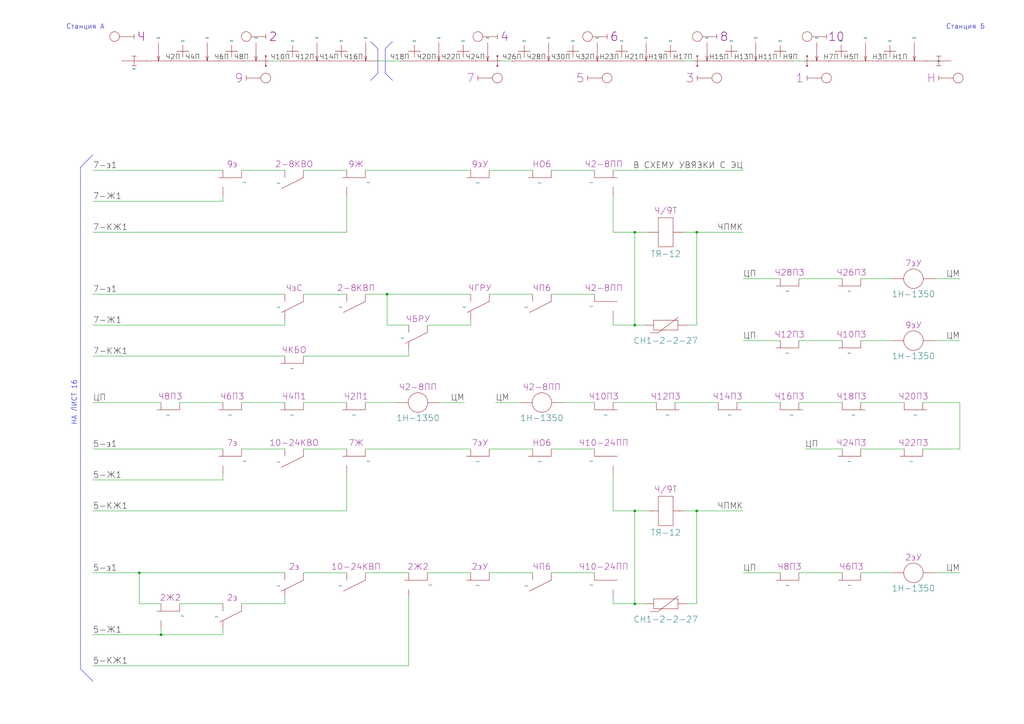
<source format=kicad_sch>
(kicad_sch (version 20231120) (generator "eeschema") (generator_version "8.0")
  (paper "A3")
  (title_block (title "Станция А") (company "МКТ РУТ (МИИТ)") (comment 1 "КП 27.02.03.03.000 ГЧ") (comment 2 "Сафранович") (comment 3 "Бузунова"))
  (lib_symbols
    (symbol "SCB:Изостык" (pin_numbers hide) (pin_names (offset 0) hide)
      (symbol "Изостык_1_1"
        (unit_name "Одиночный")
        (pin unspecified line (at 0 0 90) (length 0) (name "привязка") (number ""))
      )
      (symbol "Изостык_2_1"
        (unit_name "Со светофором")
        (pin unspecified line (at 5 0 180) (length 0) (name "") (number ""))
        (pin unspecified line (at -5 0 0) (length 0) (name "привязка") (number ""))
      )
    )
    (symbol "SCB:Светофор" (pin_numbers hide) (pin_names (offset 0) hide)
      (property "Литера" "?" (at 3 0 0))
    )
    (symbol "SCB:УКСПС" (pin_numbers hide) (pin_names (offset 0) hide)
      (property "Литера" "?УКСПС" (at 0 6 0))
      (symbol "УКСПС_1_1"
        (unit_name "Без направления")
        (pin unspecified line (at 0 0 90) (length 0) (name "привязка") (number ""))
      )
      (symbol "УКСПС_2_1"
        (unit_name "С направлением")
        (pin unspecified line (at 0 0 90) (length 0) (name "привязка") (number ""))
      )
    )
    (symbol "SCB_Relay:Выравниватель" (pin_numbers hide) (pin_names (offset 0) hide)
      (property "Reference" "R" (at 0 3.81 0))
      (property "Value" "ВОЦН" (at 0 -5.715 0))
      (symbol "Выравниватель_1_1"
        (pin passive line (at -8.89 0 0) (length 3.8862) (name "~") (number "1"))
        (pin passive line (at 8.89 0 180) (length 3.8862) (name "~") (number "2"))
      )
    )
    (symbol "SCB_Relay:Кодовое" (pin_numbers hide) (pin_names (offset 0.002) hide)
      (property "Value" "КДРШ" (at 0 -8.89 0))
      (property "Обозначение реле" "К" (at 0 8.89 0))
      (symbol "Кодовое_1_1"
        (unit_name "Общее")
        (pin power_in line (at -7.62 0 0) (length 2) (name "") (number "1"))
        (pin power_in line (at 7.62 0 180) (length 2) (name "") (number "4"))
      )
      (symbol "Кодовое_2_1"
        (unit_name "С остаточным намагничиванием")
        (pin power_in line (at -8 0 0) (length 5) (name "") (number "1"))
        (pin power_in line (at 8 0 180) (length 5) (name "") (number "4"))
      )
      (symbol "Кодовое_3_1"
        (unit_name "С замедлением на срабатывание")
        (pin power_in line (at -8 0 0) (length 5) (name "") (number "1"))
        (pin power_in line (at 8 0 180) (length 5) (name "") (number "4"))
      )
      (symbol "Кодовое_4_1"
        (unit_name "С замедлением на отпускание")
        (pin power_in line (at -8 0 0) (length 5) (name "") (number "1"))
        (pin power_in line (at 8 0 180) (length 5) (name "") (number "4"))
      )
      (symbol "Кодовое_5_1"
        (unit_name "С замеделением на срабатывание и отпускание")
        (pin power_in line (at -8 0 0) (length 5) (name "") (number "1"))
        (pin power_in line (at 8 0 180) (length 5) (name "") (number "4"))
      )
    )
    (symbol "SCB_Relay:Контакт_нейтрального_якоря" (pin_numbers hide) (pin_names hide)
      (property "Обозначение реле" "Н" (at 0 2.54 0))
      (symbol "Контакт_нейтрального_якоря_0_1"
        (pin bidirectional line (at -3.81 0 270) (length 3) (name "") (number "1"))
      )
      (symbol "Контакт_нейтрального_якоря_1_1"
        (unit_name "Фронтовой-Тыловой")
        (pin bidirectional line (at 3.81 0 270) (length 3) (name "") (number "2"))
        (pin bidirectional line (at 3.81 -10.16 90) (length 3.3) (name "") (number "3"))
      )
      (symbol "Контакт_нейтрального_якоря_2_1"
        (unit_name "Тыловой")
        (pin bidirectional line (at 3.81 -10.16 90) (length 3.3) (name "") (number "3"))
      )
      (symbol "Контакт_нейтрального_якоря_3_1"
        (unit_name "Фронтовой")
        (pin bidirectional line (at 3.81 0 270) (length 3) (name "") (number "2"))
      )
      (symbol "Контакт_нейтрального_якоря_4_1"
        (unit_name "Усиленный перелючающий")
        (pin bidirectional line (at -3.81 0 270) (length 3) (name "") (number "1"))
        (pin bidirectional line (at 8.89 0 180) (length 2) (name "") (number "2"))
        (pin bidirectional line (at 8.89 -10.16 180) (length 2) (name "") (number "3"))
      )
      (symbol "Контакт_нейтрального_якоря_5_1"
        (unit_name "Усиленный замыкающий")
        (pin bidirectional line (at 8.89 0 180) (length 2) (name "") (number "2"))
      )
      (symbol "Контакт_нейтрального_якоря_6_1"
        (unit_name "Усиленный размыкающий")
        (pin bidirectional line (at 8.89 -10.16 180) (length 2) (name "") (number "3"))
      )
      (symbol "Контакт_нейтрального_якоря_7_1"
        (unit_name "С магнитным гашением")
        (pin bidirectional line (at 12.7 0 180) (length 2) (name "") (number "2"))
        (pin bidirectional line (at 3.81 -10.16 90) (length 3.3) (name "") (number "3"))
      )
      (symbol "Контакт_нейтрального_якоря_8_1"
        (unit_name "С безобрывным переключением")
        (pin bidirectional line (at 3.81 0 270) (length 3) (name "") (number "2"))
        (pin bidirectional line (at 3.81 -10.16 90) (length 3.3) (name "") (number "3"))
      )
      (symbol "Контакт_нейтрального_якоря_9_1"
        (unit_name "Фронтовой-тыловой термолемента")
        (pin bidirectional line (at 3.81 0 270) (length 3) (name "") (number "2"))
        (pin bidirectional line (at 3.81 -10.16 90) (length 3.3) (name "") (number "3"))
      )
      (symbol "Контакт_нейтрального_якоря_10_1"
        (unit_name "Тыловой термолемента")
        (pin bidirectional line (at 3.81 -10.16 90) (length 3.3) (name "") (number "3"))
      )
      (symbol "Контакт_нейтрального_якоря_11_1"
        (unit_name "Фронтовой термолемента")
        (pin bidirectional line (at 3.81 0 270) (length 3) (name "") (number "2"))
      )
    )
    (symbol "SCB_Relay:Контакт_нейтрального_якоря_НЗ" (pin_numbers hide) (pin_names hide)
      (property "Обозначение реле" "Н" (at 0 2.54 0))
      (symbol "Контакт_нейтрального_якоря_НЗ_0_1"
        (pin bidirectional line (at -3.81 0 270) (length 3) (name "") (number "1"))
      )
      (symbol "Контакт_нейтрального_якоря_НЗ_1_1"
        (unit_name "Фронтовой-Тыловой")
        (pin bidirectional line (at 3.81 0 270) (length 3) (name "") (number "2"))
        (pin bidirectional line (at 3.81 -10.16 90) (length 3.3) (name "") (number "3"))
      )
      (symbol "Контакт_нейтрального_якоря_НЗ_2_1"
        (unit_name "Тыловой")
        (pin bidirectional line (at 3.81 -10.16 90) (length 3.3) (name "") (number "3"))
      )
      (symbol "Контакт_нейтрального_якоря_НЗ_3_1"
        (unit_name "Фронтовой")
        (pin bidirectional line (at 3.81 0 270) (length 3) (name "") (number "2"))
      )
      (symbol "Контакт_нейтрального_якоря_НЗ_4_1"
        (unit_name "Усиленный перелючающий")
        (pin bidirectional line (at -3.81 0 270) (length 3) (name "") (number "1"))
        (pin bidirectional line (at 8.89 0 180) (length 2) (name "") (number "2"))
        (pin bidirectional line (at 8.89 -10.16 180) (length 2) (name "") (number "3"))
      )
      (symbol "Контакт_нейтрального_якоря_НЗ_5_1"
        (unit_name "Усиленный замыкающий")
        (pin bidirectional line (at 8.89 0 180) (length 2) (name "") (number "2"))
      )
      (symbol "Контакт_нейтрального_якоря_НЗ_6_1"
        (unit_name "Усиленный размыкающий")
        (pin bidirectional line (at 8.89 -10.16 180) (length 2) (name "") (number "3"))
      )
      (symbol "Контакт_нейтрального_якоря_НЗ_7_1"
        (unit_name "С магнитным гашением")
        (pin bidirectional line (at 12.7 0 180) (length 2) (name "") (number "2"))
        (pin bidirectional line (at 3.81 -10.16 90) (length 3.3) (name "") (number "3"))
      )
      (symbol "Контакт_нейтрального_якоря_НЗ_8_1"
        (unit_name "С безобрывным переключением")
        (pin bidirectional line (at 3.81 0 270) (length 3) (name "") (number "2"))
        (pin bidirectional line (at 3.81 -10.16 90) (length 3.3) (name "") (number "3"))
      )
    )
    (symbol "SCB_Relay:Нейтральное" (pin_numbers hide) (pin_names (offset 0.002) hide)
      (property "Value" "НМШ" (at 0 -6.35 0))
      (property "Обозначение реле" "Н" (at 0 6.35 0))
      (symbol "Нейтральное_1_1"
        (unit_name "Общее")
        (pin power_in line (at -8.89 0 0) (length 4.8) (name "") (number "1"))
        (pin power_in line (at 8.89 0 180) (length 4.8) (name "") (number "4"))
      )
      (symbol "Нейтральное_2_1"
        (unit_name "С раздельными")
        (pin power_in line (at -8.89 0 0) (length 4.8) (name "") (number "1"))
        (pin power_in line (at -8.89 -1.905 0) (length 5.3) (name "") (number "2"))
        (pin power_in line (at 8.89 0 180) (length 4.8) (name "") (number "3"))
        (pin power_in line (at 8.89 -1.905 180) (length 5.3) (name "") (number "4"))
      )
    )
    (symbol "SCB_АБТЦ:Генератор_Нитки"
      (symbol "Генератор_Нитки_1_1"
        (pin unspecified line (at -5 0 0) (length 0) (name "") (number ""))
        (pin unspecified line (at 5 0 180) (length 0) (name "") (number ""))
      )
    )
    (symbol "SCB_АБТЦ:Приемник_Нитки"
      (symbol "Приемник_Нитки_1_1"
        (pin unspecified line (at -5 0 0) (length 0) (name "") (number ""))
        (pin unspecified line (at 5 0 180) (length 0) (name "") (number ""))
      )
    )
  )
  (junction (at 158.75 120.65))
  (junction (at 285.75 95.25))
  (junction (at 260.35 133.35))
  (junction (at 260.35 95.25))
  (junction (at 285.75 209.55))
  (junction (at 66.04 260.35))
  (junction (at 260.35 247.65))
  (junction (at 57.15 234.95))
  (junction (at 260.35 209.55))
  (wire (pts (xy 393.7 184.15) (xy 378.46 184.15)))
  (wire (pts (xy 38.1 120.65) (xy 116.84 120.65)))
  (wire (pts (xy 327.66 139.7) (xy 345.44 139.7)))
  (wire (pts (xy 38.1 133.35) (xy 116.84 133.35)))
  (wire (pts (xy 116.84 130.81) (xy 116.84 133.35)))
  (wire (pts (xy 99.06 247.65) (xy 116.84 247.65)))
  (wire (pts (xy 251.46 95.25) (xy 251.46 80.01)))
  (wire (pts (xy 38.1 184.15) (xy 91.44 184.15)))
  (wire (pts (xy 149.86 234.95) (xy 167.64 234.95)))
  (wire (pts (xy 285.75 209.55) (xy 280.67 209.55)))
  (wire (pts (xy 304.8 234.95) (xy 320.04 234.95)))
  (wire (pts (xy 327.66 234.95) (xy 345.44 234.95)))
  (wire (pts (xy 124.46 184.15) (xy 142.24 184.15)))
  (wire (pts (xy 38.1 234.95) (xy 57.15 234.95)))
  (wire (pts (xy 158.75 133.35) (xy 158.75 120.65)))
  (wire (pts (xy 38.1 82.55) (xy 91.44 82.55)))
  (wire (pts (xy 66.04 247.65) (xy 57.15 247.65)))
  (wire (pts (xy 175.26 234.95) (xy 193.04 234.95)))
  (wire (pts (xy 251.46 247.65) (xy 260.35 247.65)))
  (wire (pts (xy 285.75 95.25) (xy 304.8 95.25)))
  (wire (pts (xy 149.86 165.1) (xy 162.56 165.1)))
  (polyline (pts (xy 152 17) (xy 155 20)))
  (wire (pts (xy 294.64 165.1) (xy 276.86 165.1)))
  (wire (pts (xy 251.46 133.35) (xy 260.35 133.35)))
  (wire (pts (xy 226.06 120.65) (xy 243.84 120.65)))
  (wire (pts (xy 38.1 209.55) (xy 142.24 209.55)))
  (polyline (pts (xy 155 20) (xy 155 30)))
  (wire (pts (xy 226.06 184.15) (xy 243.84 184.15)))
  (wire (pts (xy 57.15 234.95) (xy 57.15 247.65)))
  (wire (pts (xy 353.06 139.7) (xy 365.76 139.7)))
  (wire (pts (xy 91.44 260.35) (xy 66.04 260.35)))
  (wire (pts (xy 91.44 194.31) (xy 91.44 196.85)))
  (wire (pts (xy 353.06 165.1) (xy 370.84 165.1)))
  (wire (pts (xy 265.43 95.25) (xy 260.35 95.25)))
  (wire (pts (xy 73.66 247.65) (xy 91.44 247.65)))
  (wire (pts (xy 116.84 247.65) (xy 116.84 245.11)))
  (wire (pts (xy 99.06 184.15) (xy 116.84 184.15)))
  (wire (pts (xy 260.35 133.35) (xy 264.16 133.35)))
  (wire (pts (xy 38.1 273.05) (xy 167.64 273.05)))
  (wire (pts (xy 251.46 130.81) (xy 251.46 133.35)))
  (wire (pts (xy 38.1 69.85) (xy 91.44 69.85)))
  (wire (pts (xy 205 25) (xy 210 25)))
  (wire (pts (xy 330.2 184.15) (xy 345.44 184.15)))
  (wire (pts (xy 327.66 114.3) (xy 345.44 114.3)))
  (wire (pts (xy 124.46 165.1) (xy 142.24 165.1)))
  (wire (pts (xy 57.15 234.95) (xy 116.84 234.95)))
  (wire (pts (xy 327.66 165.1) (xy 345.44 165.1)))
  (wire (pts (xy 200.66 234.95) (xy 218.44 234.95)))
  (wire (pts (xy 142.24 194.31) (xy 142.24 209.55)))
  (wire (pts (xy 353.06 184.15) (xy 370.84 184.15)))
  (wire (pts (xy 280 25) (xy 285 25)))
  (wire (pts (xy 281.94 247.65) (xy 285.75 247.65)))
  (wire (pts (xy 149.86 184.15) (xy 193.04 184.15)))
  (wire (pts (xy 149.86 120.65) (xy 158.75 120.65)))
  (wire (pts (xy 393.7 234.95) (xy 383.54 234.95)))
  (wire (pts (xy 38.1 165.1) (xy 66.04 165.1)))
  (wire (pts (xy 73.66 165.1) (xy 91.44 165.1)))
  (wire (pts (xy 200.66 184.15) (xy 218.44 184.15)))
  (wire (pts (xy 269.24 165.1) (xy 251.46 165.1)))
  (wire (pts (xy 226.06 69.85) (xy 243.84 69.85)))
  (wire (pts (xy 260.35 247.65) (xy 260.35 209.55)))
  (wire (pts (xy 353.06 114.3) (xy 365.76 114.3)))
  (wire (pts (xy 353.06 234.95) (xy 365.76 234.95)))
  (wire (pts (xy 265.43 209.55) (xy 260.35 209.55)))
  (wire (pts (xy 251.46 245.11) (xy 251.46 247.65)))
  (wire (pts (xy 142.24 80.01) (xy 142.24 95.25)))
  (wire (pts (xy 38.1 95.25) (xy 142.24 95.25)))
  (wire (pts (xy 325 25) (xy 330 25)))
  (wire (pts (xy 226.06 234.95) (xy 243.84 234.95)))
  (wire (pts (xy 110 25) (xy 115 25)))
  (polyline (pts (xy 158 30) (xy 161 33)))
  (wire (pts (xy 99.06 69.85) (xy 116.84 69.85)))
  (wire (pts (xy 285.75 247.65) (xy 285.75 209.55)))
  (polyline (pts (xy 38.1 279.4) (xy 33.02 274.32)))
  (wire (pts (xy 393.7 114.3) (xy 383.54 114.3)))
  (wire (pts (xy 158.75 120.65) (xy 193.04 120.65)))
  (wire (pts (xy 281.94 133.35) (xy 285.75 133.35)))
  (wire (pts (xy 38.1 260.35) (xy 66.04 260.35)))
  (wire (pts (xy 200.66 69.85) (xy 218.44 69.85)))
  (wire (pts (xy 200.66 120.65) (xy 218.44 120.65)))
  (polyline (pts (xy 33.02 68.58) (xy 38.1 63.5)))
  (wire (pts (xy 393.7 165.1) (xy 393.7 184.15)))
  (polyline (pts (xy 158 20) (xy 158 30)))
  (wire (pts (xy 260.35 247.65) (xy 264.16 247.65)))
  (wire (pts (xy 251.46 69.85) (xy 304.8 69.85)))
  (wire (pts (xy 91.44 80.01) (xy 91.44 82.55)))
  (wire (pts (xy 260.35 209.55) (xy 251.46 209.55)))
  (wire (pts (xy 203.2 165.1) (xy 213.36 165.1)))
  (wire (pts (xy 167.64 143.51) (xy 167.64 146.05)))
  (polyline (pts (xy 33.02 274.32) (xy 33.02 68.58)))
  (polyline (pts (xy 152 33) (xy 155 30)))
  (wire (pts (xy 260.35 95.25) (xy 251.46 95.25)))
  (polyline (pts (xy 161 17) (xy 158 20)))
  (wire (pts (xy 285.75 133.35) (xy 285.75 95.25)))
  (wire (pts (xy 124.46 120.65) (xy 142.24 120.65)))
  (wire (pts (xy 167.64 133.35) (xy 158.75 133.35)))
  (wire (pts (xy 175.26 133.35) (xy 193.04 133.35)))
  (wire (pts (xy 124.46 69.85) (xy 142.24 69.85)))
  (wire (pts (xy 285.75 95.25) (xy 280.67 95.25)))
  (wire (pts (xy 149.86 69.85) (xy 193.04 69.85)))
  (wire (pts (xy 260.35 133.35) (xy 260.35 95.25)))
  (wire (pts (xy 124.46 146.05) (xy 167.64 146.05)))
  (wire (pts (xy 320.04 165.1) (xy 302.26 165.1)))
  (wire (pts (xy 193.04 133.35) (xy 193.04 130.81)))
  (wire (pts (xy 38.1 196.85) (xy 91.44 196.85)))
  (wire (pts (xy 124.46 234.95) (xy 142.24 234.95)))
  (wire (pts (xy 190.5 165.1) (xy 180.34 165.1)))
  (wire (pts (xy 155 25) (xy 165 25)))
  (wire (pts (xy 243.84 165.1) (xy 231.14 165.1)))
  (wire (pts (xy 304.8 139.7) (xy 320.04 139.7)))
  (wire (pts (xy 167.64 245.11) (xy 167.64 273.05)))
  (wire (pts (xy 251.46 209.55) (xy 251.46 194.31)))
  (wire (pts (xy 393.7 139.7) (xy 383.54 139.7)))
  (wire (pts (xy 66.04 260.35) (xy 66.04 257.81)))
  (wire (pts (xy 378.46 165.1) (xy 393.7 165.1)))
  (wire (pts (xy 304.8 114.3) (xy 320.04 114.3)))
  (wire (pts (xy 91.44 257.81) (xy 91.44 260.35)))
  (wire (pts (xy 285.75 209.55) (xy 304.8 209.55)))
  (wire (pts (xy 99.06 165.1) (xy 116.84 165.1)))
  (wire (pts (xy 38.1 146.05) (xy 116.84 146.05)))
  (text "Станция Б" (at 396 11 0) (effects (font (size 2 2))))
  (text "НА ЛИСТ 16" (at 30.48 165.1 90) (effects (font (size 2 2))))
  (text "Станция А" (at 35 11 0) (effects (font (size 2 2))))
  (label "ЦП" (at 38.1 165.1 0) (effects (font (size 2.5 2.5))) (property "Netclass" "Цепь" (effects (hide yes))))
  (label "ЦМ" (at 190.5 165.1 180) (effects (font (size 2.5 2.5))) (property "Netclass" "Цепь" (effects (hide yes))))
  (label "ЦМ" (at 393.7 139.7 180) (effects (font (size 2.5 2.5))) (property "Netclass" "Цепь" (effects (hide yes))))
  (label "Н17П" (at 276 25 0) (effects (font (size 2 2))) (property "Netclass" "Рельсы" (effects (hide yes))))
  (label "Н7П" (at 344 25 180) (effects (font (size 2 2))) (property "Netclass" "Рельсы" (effects (hide yes))))
  (label "5-Ж1" (at 38.1 196.85 0) (effects (font (size 2.5 2.5))) (property "Netclass" "Цепь" (effects (hide yes))))
  (label "Ч28П" (at 216 25 0) (effects (font (size 2 2))) (property "Netclass" "Рельсы" (effects (hide yes))))
  (label "5-з1" (at 38.1 234.95 0) (effects (font (size 2.5 2.5))) (property "Netclass" "Цепь" (effects (hide yes))))
  (label "Н13П" (at 301 25 0) (effects (font (size 2 2))) (property "Netclass" "Рельсы" (effects (hide yes))))
  (label "ЦП" (at 330.2 184.15 0) (effects (font (size 2.5 2.5))) (property "Netclass" "Цепь" (effects (hide yes))))
  (label "ЦП" (at 304.8 139.7 0) (effects (font (size 2.5 2.5))) (property "Netclass" "Цепь" (effects (hide yes))))
  (label "Н15П" (at 299 25 180) (effects (font (size 2 2))) (property "Netclass" "Рельсы" (effects (hide yes))))
  (label "Ч32П" (at 236 25 0) (effects (font (size 2 2))) (property "Netclass" "Рельсы" (effects (hide yes))))
  (label "Н1П" (at 366 25 0) (effects (font (size 2 2))) (property "Netclass" "Рельсы" (effects (hide yes))))
  (label "В СХЕМУ УВЯЗКИ С ЭЦ" (at 304.8 69.85 180) (effects (font (size 2.5 2.5))) (property "Netclass" "Цепь" (effects (hide yes))))
  (label "Н9П" (at 321 25 0) (effects (font (size 2 2))) (property "Netclass" "Рельсы" (effects (hide yes))))
  (label "Ч20П" (at 171 25 0) (effects (font (size 2 2))) (property "Netclass" "Рельсы" (effects (hide yes))))
  (label "Н3П" (at 364 25 180) (effects (font (size 2 2))) (property "Netclass" "Рельсы" (effects (hide yes))))
  (label "ЧПМК" (at 304.8 95.25 180) (effects (font (size 2.5 2.5))) (property "Netclass" "Цепь" (effects (hide yes))))
  (label "7-КЖ1" (at 38.1 146.05 0) (effects (font (size 2.5 2.5))) (property "Netclass" "Цепь" (effects (hide yes))))
  (label "Ч2П" (at 74 25 180) (effects (font (size 2 2))) (property "Netclass" "Рельсы" (effects (hide yes))))
  (label "5-КЖ1" (at 38.1 273.05 0) (effects (font (size 2.5 2.5))) (property "Netclass" "Цепь" (effects (hide yes))))
  (label "ЦМ" (at 393.7 234.95 180) (effects (font (size 2.5 2.5))) (property "Netclass" "Цепь" (effects (hide yes))))
  (label "7-з1" (at 38.1 69.85 0) (effects (font (size 2.5 2.5))) (property "Netclass" "Цепь" (effects (hide yes))))
  (label "ЦМ" (at 203.2 165.1 0) (effects (font (size 2.5 2.5))) (property "Netclass" "Цепь" (effects (hide yes))))
  (label "Н19П" (at 274 25 180) (effects (font (size 2 2))) (property "Netclass" "Рельсы" (effects (hide yes))))
  (label "Ч22П" (at 189 25 180) (effects (font (size 2 2))) (property "Netclass" "Рельсы" (effects (hide yes))))
  (label "Ч24П" (at 191 25 0) (effects (font (size 2 2))) (property "Netclass" "Рельсы" (effects (hide yes))))
  (label "7-з1" (at 38.1 120.65 0) (effects (font (size 2.5 2.5))) (property "Netclass" "Цепь" (effects (hide yes))))
  (label "Ч12П" (at 121 25 0) (effects (font (size 2 2))) (property "Netclass" "Рельсы" (effects (hide yes))))
  (label "Ч4П" (at 76 25 0) (effects (font (size 2 2))) (property "Netclass" "Рельсы" (effects (hide yes))))
  (label "Н21П" (at 256 25 0) (effects (font (size 2 2))) (property "Netclass" "Рельсы" (effects (hide yes))))
  (label "ЦП" (at 304.8 114.3 0) (effects (font (size 2.5 2.5))) (property "Netclass" "Цепь" (effects (hide yes))))
  (label "Н5П" (at 346 25 0) (effects (font (size 2 2))) (property "Netclass" "Рельсы" (effects (hide yes))))
  (label "Ч8П" (at 96 25 0) (effects (font (size 2 2))) (property "Netclass" "Рельсы" (effects (hide yes))))
  (label "7-Ж1" (at 38.1 82.55 0) (effects (font (size 2.5 2.5))) (property "Netclass" "Цепь" (effects (hide yes))))
  (label "Н11П" (at 319 25 180) (effects (font (size 2 2))) (property "Netclass" "Рельсы" (effects (hide yes))))
  (label "Ч18П" (at 168 25 180) (effects (font (size 2 2))) (property "Netclass" "Рельсы" (effects (hide yes))))
  (label "5-з1" (at 38.1 184.15 0) (effects (font (size 2.5 2.5))) (property "Netclass" "Цепь" (effects (hide yes))))
  (label "Ч10П" (at 119 25 180) (effects (font (size 2 2))) (property "Netclass" "Рельсы" (effects (hide yes))))
  (label "5-Ж1" (at 38.1 260.35 0) (effects (font (size 2.5 2.5))) (property "Netclass" "Цепь" (effects (hide yes))))
  (label "ЦМ" (at 393.7 114.3 180) (effects (font (size 2.5 2.5))) (property "Netclass" "Цепь" (effects (hide yes))))
  (label "Ч16П" (at 141 25 0) (effects (font (size 2 2))) (property "Netclass" "Рельсы" (effects (hide yes))))
  (label "ЦП" (at 304.8 234.95 0) (effects (font (size 2.5 2.5))) (property "Netclass" "Цепь" (effects (hide yes))))
  (label "7-Ж1" (at 38.1 133.35 0) (effects (font (size 2.5 2.5))) (property "Netclass" "Цепь" (effects (hide yes))))
  (label "ЧПМК" (at 304.8 209.55 180) (effects (font (size 2.5 2.5))) (property "Netclass" "Цепь" (effects (hide yes))))
  (label "5-КЖ1" (at 38.1 209.55 0) (effects (font (size 2.5 2.5))) (property "Netclass" "Цепь" (effects (hide yes))))
  (label "Ч14П" (at 139 25 180) (effects (font (size 2 2))) (property "Netclass" "Рельсы" (effects (hide yes))))
  (label "Н23П" (at 254 25 180) (effects (font (size 2 2))) (property "Netclass" "Рельсы" (effects (hide yes))))
  (label "Ч6П" (at 94 25 180) (effects (font (size 2 2))) (property "Netclass" "Рельсы" (effects (hide yes))))
  (label "Ч30П" (at 234 25 180) (effects (font (size 2 2))) (property "Netclass" "Рельсы" (effects (hide yes))))
  (label "7-КЖ1" (at 38.1 95.25 0) (effects (font (size 2.5 2.5))) (property "Netclass" "Цепь" (effects (hide yes))))
  (label "Ч26П" (at 214 25 180) (effects (font (size 2 2))) (property "Netclass" "Рельсы" (effects (hide yes))))
  (symbol (lib_name "SCB_АБТЦ:Приемник_Нитки") (lib_id "SCB_АБТЦ:Приемник_Нитки") (at 345 25 180) (unit 1)
    (property "Reference" "Приемник1111191" (effects (hide yes)))
    (property "Value" "~" (at 345 16.75 0) (effects (font (size 2.5 2.5))))
  )
  (symbol (lib_id "SCB:Светофор") (at 286 32 180) (unit 1)
    (property "Reference" "Светофор11131" (effects (hide yes)))
    (property "Литера" "3" (at 283 32 0) (effects (font (size 3.5 3.5))))
  )
  (symbol (lib_id "SCB_Relay:Контакт_нейтрального_якоря_НЗ") (at 69.85 165.1 0) (mirror y) (unit 3)
    (property "Reference" "Н1112211" (effects (hide yes)))
    (property "Value" "~" (at 69.005 170.18 0) (effects (font (size 2.5 2.5))))
    (property "Обозначение реле" "Ч8П3" (at 69.85 162.56 0) (effects (font (size 2.5 2.5))))
  )
  (symbol (lib_id "SCB:УКСПС") (at 109 25 0) (unit 1)
    (property "Reference" "УКСПС111" (effects (hide yes)))
    (property "Литера" "?УКСПС" (effects (hide yes)))
  )
  (symbol (lib_name "SCB_Relay:Контакт_нейтрального_якоря_НЗ") (lib_id "SCB_Relay:Контакт_нейтрального_якоря_НЗ") (at 349.25 184.15 0) (mirror y) (unit 3)
    (property "Reference" "Н11122111111" (effects (hide yes)))
    (property "Value" "~" (at 348.405 189.23 0) (effects (font (size 2.5 2.5))))
    (property "Обозначение реле" "Ч24П3" (at 349.25 181.61 0) (effects (font (size 2.5 2.5))))
  )
  (symbol (lib_id "SCB:Светофор") (at 339 15 0) (unit 1)
    (property "Reference" "Светофор1311" (effects (hide yes)))
    (property "Литера" "10" (at 343 15 0) (effects (font (size 3.5 3.5))))
  )
  (symbol (lib_id "SCB_Relay:Выравниватель") (at 273.05 247.65 0) (unit 1)
    (property "Reference" "R22" (effects (hide yes)))
    (property "Value" "СН1-2-2-27" (at 273.05 254 0) (effects (font (size 2.5 2.5))))
  )
  (symbol (lib_id "SCB:Светофор") (at 109 15 0) (unit 1)
    (property "Reference" "Светофор131" (effects (hide yes)))
    (property "Литера" "2" (at 112 15 0) (effects (font (size 3.5 3.5))))
  )
  (symbol (lib_name "SCB_Relay:Контакт_нейтрального_якоря_НЗ") (lib_id "SCB_Relay:Контакт_нейтрального_якоря_НЗ") (at 196.85 69.85 0) (mirror y) (unit 3)
    (property "Reference" "Н111" (effects (hide yes)))
    (property "Value" "~" (at 196.005 74.93 0) (effects (font (size 2.5 2.5))))
    (property "Обозначение реле" "9зУ" (at 196.85 67.31 0) (effects (font (size 2.5 2.5))))
  )
  (symbol (lib_id "SCB:Светофор") (at 55 15 0) (unit 1)
    (property "Reference" "Светофор111" (effects (hide yes)))
    (property "Литера" "Ч" (at 58 15 0) (effects (font (size 3.5 3.5))))
  )
  (symbol (lib_name "SCB_АБТЦ:Приемник_Нитки") (lib_id "SCB_АБТЦ:Приемник_Нитки") (at 300 25 180) (unit 1)
    (property "Reference" "Приемник1111171" (effects (hide yes)))
    (property "Value" "~" (at 300 16.75 0) (effects (font (size 2.5 2.5))))
  )
  (symbol (lib_id "SCB_Relay:Нейтральное") (at 374.65 234.95 0) (mirror y) (unit 1)
    (property "Reference" "Н1114111" (effects (hide yes)))
    (property "Value" "1Н-1350" (at 374.65 241.3 0) (effects (font (size 2.5 2.5))))
    (property "Обозначение реле" "2зУ" (at 374.65 228.6 0) (effects (font (size 2.5 2.5))))
  )
  (symbol (lib_name "SCB_АБТЦ:Генератор_Нитки") (lib_id "SCB_АБТЦ:Генератор_Нитки") (at 310 25 180) (unit 1)
    (property "Reference" "Генератор11111171" (effects (hide yes)))
    (property "Value" "~" (at 310 15.48 0) (effects (font (size 2.5 2.5))))
  )
  (symbol (lib_name "SCB_Relay:Контакт_нейтрального_якоря_НЗ") (lib_id "SCB_Relay:Контакт_нейтрального_якоря_НЗ") (at 95.25 184.15 0) (mirror y) (unit 1)
    (property "Reference" "Н11" (effects (hide yes)))
    (property "Value" "~" (at 100.33 189.08 0) (effects (font (size 2.5 2.5))))
    (property "Обозначение реле" "7з" (at 95.25 181.61 0) (effects (font (size 2.5 2.5))))
  )
  (symbol (lib_name "SCB_Relay:Контакт_нейтрального_якоря_НЗ") (lib_id "SCB_Relay:Контакт_нейтрального_якоря_НЗ") (at 95.25 69.85 0) (mirror y) (unit 1)
    (property "Reference" "Н1" (effects (hide yes)))
    (property "Value" "~" (at 100.33 74.78 0) (effects (font (size 2.5 2.5))))
    (property "Обозначение реле" "9з" (at 95.25 67.31 0) (effects (font (size 2.5 2.5))))
  )
  (symbol (lib_name "SCB_Relay:Контакт_нейтрального_якоря_НЗ") (lib_id "SCB_Relay:Контакт_нейтрального_якоря_НЗ") (at 374.65 165.1 0) (unit 3)
    (property "Reference" "Н1112211111" (effects (hide yes)))
    (property "Value" "~" (at 375.495 170.18 0) (effects (font (size 2.5 2.5))))
    (property "Обозначение реле" "Ч20П3" (at 374.65 162.56 0) (effects (font (size 2.5 2.5))))
  )
  (symbol (lib_name "SCB_АБТЦ:Приемник_Нитки") (lib_id "SCB_АБТЦ:Приемник_Нитки") (at 95 25 180) (unit 1)
    (property "Reference" "Приемник11121" (effects (hide yes)))
    (property "Value" "~" (at 95 16.75 0) (effects (font (size 2.5 2.5))))
  )
  (symbol (lib_name "SCB_АБТЦ:Генератор_Нитки") (lib_id "SCB_АБТЦ:Генератор_Нитки") (at 200 25 180) (unit 1)
    (property "Reference" "Генератор11111121" (effects (hide yes)))
    (property "Value" "~" (at 200 15.48 0) (effects (font (size 2.5 2.5))))
  )
  (symbol (lib_id "SCB:УКСПС") (at 286 25 0) (unit 1)
    (property "Reference" "УКСПС121" (effects (hide yes)))
    (property "Литера" "?УКСПС" (effects (hide yes)))
  )
  (symbol (lib_name "SCB_АБТЦ:Генератор_Нитки") (lib_id "SCB_АБТЦ:Генератор_Нитки") (at 355 25 180) (unit 1)
    (property "Reference" "Генератор11111191" (effects (hide yes)))
    (property "Value" "~" (at 355 15.48 0) (effects (font (size 2.5 2.5))))
  )
  (symbol (lib_name "SCB_Relay:Контакт_нейтрального_якоря_НЗ") (lib_id "SCB_Relay:Контакт_нейтрального_якоря_НЗ") (at 196.85 234.95 0) (mirror y) (unit 3)
    (property "Reference" "Н11121" (effects (hide yes)))
    (property "Value" "~" (at 196.005 240.03 0) (effects (font (size 2.5 2.5))))
    (property "Обозначение реле" "2зУ" (at 196.85 232.41 0) (effects (font (size 2.5 2.5))))
  )
  (symbol (lib_name "SCB_АБТЦ:Генератор_Нитки") (lib_id "SCB_АБТЦ:Генератор_Нитки") (at 65 25 180) (unit 1)
    (property "Reference" "Генератор11111" (effects (hide yes)))
    (property "Value" "~" (at 65 15.48 0) (effects (font (size 2.5 2.5))))
  )
  (symbol (lib_name "SCB_Relay:Контакт_нейтрального_якоря_НЗ") (lib_id "SCB_Relay:Контакт_нейтрального_якоря_НЗ") (at 349.25 114.3 0) (mirror y) (unit 3)
    (property "Reference" "Н11122111" (effects (hide yes)))
    (property "Value" "~" (at 348.405 119.38 0) (effects (font (size 2.5 2.5))))
    (property "Обозначение реле" "Ч26П3" (at 349.25 111.76 0) (effects (font (size 2.5 2.5))))
  )
  (symbol (lib_id "SCB_Relay:Контакт_нейтрального_якоря") (at 146.05 120.65 0) (mirror y) (unit 3)
    (property "Reference" "Н11" (effects (hide yes)))
    (property "Value" "~" (at 139.7 125.9 0) (effects (font (size 2.5 2.5))))
    (property "Обозначение реле" "2-8КВП" (at 146.05 118.11 0) (effects (font (size 2.5 2.5))))
  )
  (symbol (lib_name "SCB_АБТЦ:Генератор_Нитки") (lib_id "SCB_АБТЦ:Генератор_Нитки") (at 335 25 180) (unit 1)
    (property "Reference" "Генератор11111181" (effects (hide yes)))
    (property "Value" "~" (at 335 15.48 0) (effects (font (size 2.5 2.5))))
  )
  (symbol (lib_name "SCB_АБТЦ:Приемник_Нитки") (lib_id "SCB_АБТЦ:Приемник_Нитки") (at 235 25 180) (unit 1)
    (property "Reference" "Приемник1111141" (effects (hide yes)))
    (property "Value" "~" (at 235 16.75 0) (effects (font (size 2.5 2.5))))
  )
  (symbol (lib_name "SCB_Relay:Контакт_нейтрального_якоря") (lib_id "SCB_Relay:Контакт_нейтрального_якоря") (at 196.85 120.65 0) (mirror y) (unit 1)
    (property "Reference" "Н111" (effects (hide yes)))
    (property "Value" "~" (at 190.5 125.9 0) (effects (font (size 2.5 2.5))))
    (property "Обозначение реле" "ЧГРУ" (at 196.85 118.11 0) (effects (font (size 2.5 2.5))))
  )
  (symbol (lib_name "SCB_АБТЦ:Генератор_Нитки") (lib_id "SCB_АБТЦ:Генератор_Нитки") (at 130 25 180) (unit 1)
    (property "Reference" "Генератор111111111" (effects (hide yes)))
    (property "Value" "~" (at 130 15.48 0) (effects (font (size 2.5 2.5))))
  )
  (symbol (lib_name "SCB_Relay:Контакт_нейтрального_якоря") (lib_id "SCB_Relay:Контакт_нейтрального_якоря") (at 95.25 247.65 0) (mirror y) (unit 1)
    (property "Reference" "Н1111" (effects (hide yes)))
    (property "Value" "~" (at 88.9 252.9 0) (effects (font (size 2.5 2.5))))
    (property "Обозначение реле" "2з" (at 95.25 245.11 0) (effects (font (size 2.5 2.5))))
  )
  (symbol (lib_id "SCB:Светофор") (at 294 15 0) (unit 1)
    (property "Reference" "Светофор11211" (effects (hide yes)))
    (property "Литера" "8" (at 297 15 0) (effects (font (size 3.5 3.5))))
  )
  (symbol (lib_id "SCB:Светофор") (at 249 15 0) (unit 1)
    (property "Reference" "Светофор11121" (effects (hide yes)))
    (property "Литера" "6" (at 252 15 0) (effects (font (size 3.5 3.5))))
  )
  (symbol (lib_name "SCB_АБТЦ:Генератор_Нитки") (lib_id "SCB_АБТЦ:Генератор_Нитки") (at 180 25 180) (unit 1)
    (property "Reference" "Генератор111111121" (effects (hide yes)))
    (property "Value" "~" (at 180 15.48 0) (effects (font (size 2.5 2.5))))
  )
  (symbol (lib_name "SCB_Relay:Контакт_нейтрального_якоря_НЗ") (lib_id "SCB_Relay:Контакт_нейтрального_якоря_НЗ") (at 146.05 165.1 0) (mirror y) (unit 3)
    (property "Reference" "Н111221" (effects (hide yes)))
    (property "Value" "~" (at 145.205 170.18 0) (effects (font (size 2.5 2.5))))
    (property "Обозначение реле" "Ч2П1" (at 146.05 162.56 0) (effects (font (size 2.5 2.5))))
  )
  (symbol (lib_id "SCB:Светофор") (at 331 32 180) (unit 1)
    (property "Reference" "Светофор1211" (effects (hide yes)))
    (property "Литера" "1" (at 328 32 0) (effects (font (size 3.5 3.5))))
  )
  (symbol (lib_name "SCB_Relay:Контакт_нейтрального_якоря_НЗ") (lib_id "SCB_Relay:Контакт_нейтрального_якоря_НЗ") (at 247.65 120.65 0) (unit 2)
    (property "Reference" "Н1111" (effects (hide yes)))
    (property "Value" "~" (at 242.57 125.58 0) (effects (font (size 2.5 2.5))))
    (property "Обозначение реле" "Ч2-8ПП" (at 247.65 118.11 0) (effects (font (size 2.5 2.5))))
  )
  (symbol (lib_name "SCB_Relay:Контакт_нейтрального_якоря_НЗ") (lib_id "SCB_Relay:Контакт_нейтрального_якоря_НЗ") (at 247.65 184.15 0) (unit 2)
    (property "Reference" "Н1112" (effects (hide yes)))
    (property "Value" "~" (at 242.57 189.08 0) (effects (font (size 2.5 2.5))))
    (property "Обозначение реле" "Ч10-24ПП" (at 247.65 181.61 0) (effects (font (size 2.5 2.5))))
  )
  (symbol (lib_name "SCB:Изостык") (lib_id "SCB:Изостык") (at 385 25 180) (unit 2)
    (property "Reference" "И1111" (effects (hide yes)))
    (property "Value" "~" (at 385 25 0) (effects (font (size 2.5 2.5))))
  )
  (symbol (lib_id "SCB:Светофор") (at 101 32 180) (unit 1)
    (property "Reference" "Светофор121" (effects (hide yes)))
    (property "Литера" "9" (at 98 32 0) (effects (font (size 3.5 3.5))))
  )
  (symbol (lib_name "SCB_АБТЦ:Приемник_Нитки") (lib_id "SCB_АБТЦ:Приемник_Нитки") (at 140 25 180) (unit 1)
    (property "Reference" "Приемник11111111" (effects (hide yes)))
    (property "Value" "~" (at 140 16.75 0) (effects (font (size 2.5 2.5))))
  )
  (symbol (lib_name "SCB_АБТЦ:Генератор_Нитки") (lib_id "SCB_АБТЦ:Генератор_Нитки") (at 150 25 180) (unit 1)
    (property "Reference" "Генератор11111111" (effects (hide yes)))
    (property "Value" "~" (at 150 15.48 0) (effects (font (size 2.5 2.5))))
  )
  (symbol (lib_name "SCB_АБТЦ:Генератор_Нитки") (lib_id "SCB_АБТЦ:Генератор_Нитки") (at 265 25 180) (unit 1)
    (property "Reference" "Генератор11111151" (effects (hide yes)))
    (property "Value" "~" (at 265 15.48 0) (effects (font (size 2.5 2.5))))
  )
  (symbol (lib_id "SCB_Relay:Нейтральное") (at 374.65 139.7 0) (mirror y) (unit 1)
    (property "Reference" "Н111411" (effects (hide yes)))
    (property "Value" "1Н-1350" (at 374.65 146.05 0) (effects (font (size 2.5 2.5))))
    (property "Обозначение реле" "9зУ" (at 374.65 133.35 0) (effects (font (size 2.5 2.5))))
  )
  (symbol (lib_name "SCB_АБТЦ:Приемник_Нитки") (lib_id "SCB_АБТЦ:Приемник_Нитки") (at 365 25 180) (unit 1)
    (property "Reference" "Приемник11111101" (effects (hide yes)))
    (property "Value" "~" (at 365 16.75 0) (effects (font (size 2.5 2.5))))
  )
  (symbol (lib_name "SCB_АБТЦ:Генератор_Нитки") (lib_id "SCB_АБТЦ:Генератор_Нитки") (at 375 25 180) (unit 1)
    (property "Reference" "Генератор111111101" (effects (hide yes)))
    (property "Value" "~" (at 375 15.48 0) (effects (font (size 2.5 2.5))))
  )
  (symbol (lib_name "SCB_Relay:Контакт_нейтрального_якоря_НЗ") (lib_id "SCB_Relay:Контакт_нейтрального_якоря_НЗ") (at 171.45 234.95 0) (mirror y) (unit 1)
    (property "Reference" "Н1121" (effects (hide yes)))
    (property "Value" "~" (at 176.53 239.88 0) (effects (font (size 2.5 2.5))))
    (property "Обозначение реле" "2Ж2" (at 171.45 232.41 0) (effects (font (size 2.5 2.5))))
  )
  (symbol (lib_name "SCB_АБТЦ:Приемник_Нитки") (lib_id "SCB_АБТЦ:Приемник_Нитки") (at 275 25 180) (unit 1)
    (property "Reference" "Приемник1111161" (effects (hide yes)))
    (property "Value" "~" (at 275 16.75 0) (effects (font (size 2.5 2.5))))
  )
  (symbol (lib_name "SCB_Relay:Контакт_нейтрального_якоря_НЗ") (lib_id "SCB_Relay:Контакт_нейтрального_якоря_НЗ") (at 247.65 69.85 0) (unit 1)
    (property "Reference" "Н111" (effects (hide yes)))
    (property "Value" "~" (at 242.57 74.78 0) (effects (font (size 2.5 2.5))))
    (property "Обозначение реле" "Ч2-8ПП" (at 247.65 67.31 0) (effects (font (size 2.5 2.5))))
  )
  (symbol (lib_name "SCB_АБТЦ:Приемник_Нитки") (lib_id "SCB_АБТЦ:Приемник_Нитки") (at 170 25 180) (unit 1)
    (property "Reference" "Приемник1111121" (effects (hide yes)))
    (property "Value" "~" (at 170 16.75 0) (effects (font (size 2.5 2.5))))
  )
  (symbol (lib_id "SCB_Relay:Нейтральное") (at 171.45 165.1 0) (mirror y) (unit 1)
    (property "Reference" "Н11141" (effects (hide yes)))
    (property "Value" "1Н-1350" (at 171.45 171.45 0) (effects (font (size 2.5 2.5))))
    (property "Обозначение реле" "Ч2-8ПП" (at 171.45 158.75 0) (effects (font (size 2.5 2.5))))
  )
  (symbol (lib_name "SCB_АБТЦ:Генератор_Нитки") (lib_id "SCB_АБТЦ:Генератор_Нитки") (at 105 25 180) (unit 1)
    (property "Reference" "Генератор1111121" (effects (hide yes)))
    (property "Value" "~" (at 105 15.48 0) (effects (font (size 2.5 2.5))))
  )
  (symbol (lib_name "SCB_Relay:Контакт_нейтрального_якоря_НЗ") (lib_id "SCB_Relay:Контакт_нейтрального_якоря_НЗ") (at 349.25 139.7 0) (mirror y) (unit 3)
    (property "Reference" "Н1112211" (effects (hide yes)))
    (property "Value" "~" (at 348.405 144.78 0) (effects (font (size 2.5 2.5))))
    (property "Обозначение реле" "Ч10П3" (at 349.25 137.16 0) (effects (font (size 2.5 2.5))))
  )
  (symbol (lib_name "SCB_Relay:Контакт_нейтрального_якоря_НЗ") (lib_id "SCB_Relay:Контакт_нейтрального_якоря_НЗ") (at 349.25 165.1 0) (unit 3)
    (property "Reference" "Н111221111" (effects (hide yes)))
    (property "Value" "~" (at 350.095 170.18 0) (effects (font (size 2.5 2.5))))
    (property "Обозначение реле" "Ч18П3" (at 349.25 162.56 0) (effects (font (size 2.5 2.5))))
  )
  (symbol (lib_name "SCB_Relay:Контакт_нейтрального_якоря_НЗ") (lib_id "SCB_Relay:Контакт_нейтрального_якоря_НЗ") (at 374.65 184.15 0) (mirror y) (unit 3)
    (property "Reference" "Н11122111111" (effects (hide yes)))
    (property "Value" "~" (at 373.805 189.23 0) (effects (font (size 2.5 2.5))))
    (property "Обозначение реле" "Ч22П3" (at 374.65 181.61 0) (effects (font (size 2.5 2.5))))
  )
  (symbol (lib_name "SCB:Изостык") (lib_id "SCB:Изостык") (at 55 25 0) (unit 2)
    (property "Reference" "И111" (effects (hide yes)))
    (property "Value" "~" (at 55 28.18 0) (effects (font (size 2.5 2.5))))
  )
  (symbol (lib_name "SCB_АБТЦ:Приемник_Нитки") (lib_id "SCB_АБТЦ:Приемник_Нитки") (at 75 25 180) (unit 1)
    (property "Reference" "Приемник11111" (effects (hide yes)))
    (property "Value" "~" (at 75 16.75 0) (effects (font (size 2.5 2.5))))
  )
  (symbol (lib_name "SCB_Relay:Контакт_нейтрального_якоря") (lib_id "SCB_Relay:Контакт_нейтрального_якоря") (at 120.65 234.95 0) (mirror y) (unit 1)
    (property "Reference" "Н111" (effects (hide yes)))
    (property "Value" "~" (at 114.3 240.2 0) (effects (font (size 2.5 2.5))))
    (property "Обозначение реле" "2з" (at 120.65 232.41 0) (effects (font (size 2.5 2.5))))
  )
  (symbol (lib_name "SCB_Relay:Контакт_нейтрального_якоря_НЗ") (lib_id "SCB_Relay:Контакт_нейтрального_якоря_НЗ") (at 146.05 69.85 0) (mirror y) (unit 1)
    (property "Reference" "Н11" (effects (hide yes)))
    (property "Value" "~" (at 151.13 74.78 0) (effects (font (size 2.5 2.5))))
    (property "Обозначение реле" "9Ж" (at 146.05 67.31 0) (effects (font (size 2.5 2.5))))
  )
  (symbol (lib_name "SCB_Relay:Контакт_нейтрального_якоря_НЗ") (lib_id "SCB_Relay:Контакт_нейтрального_якоря_НЗ") (at 323.85 139.7 0) (mirror y) (unit 3)
    (property "Reference" "Н11122112" (effects (hide yes)))
    (property "Value" "~" (at 323.005 144.78 0) (effects (font (size 2.5 2.5))))
    (property "Обозначение реле" "Ч12П3" (at 323.85 137.16 0) (effects (font (size 2.5 2.5))))
  )
  (symbol (lib_name "SCB_Relay:Контакт_нейтрального_якоря_НЗ") (lib_id "SCB_Relay:Контакт_нейтрального_якоря_НЗ") (at 273.05 165.1 0) (unit 3)
    (property "Reference" "Н11122112" (effects (hide yes)))
    (property "Value" "~" (at 273.895 170.18 0) (effects (font (size 2.5 2.5))))
    (property "Обозначение реле" "Ч12П3" (at 273.05 162.56 0) (effects (font (size 2.5 2.5))))
  )
  (symbol (lib_id "SCB:УКСПС") (at 331 25 0) (unit 1)
    (property "Reference" "УКСПС131" (effects (hide yes)))
    (property "Литера" "?УКСПС" (effects (hide yes)))
  )
  (symbol (lib_name "SCB_Relay:Контакт_нейтрального_якоря_НЗ") (lib_id "SCB_Relay:Контакт_нейтрального_якоря_НЗ") (at 247.65 165.1 0) (unit 3)
    (property "Reference" "Н1112211" (effects (hide yes)))
    (property "Value" "~" (at 248.495 170.18 0) (effects (font (size 2.5 2.5))))
    (property "Обозначение реле" "Ч10П3" (at 247.65 162.56 0) (effects (font (size 2.5 2.5))))
  )
  (symbol (lib_name "SCB_Relay:Контакт_нейтрального_якоря_НЗ") (lib_id "SCB_Relay:Контакт_нейтрального_якоря_НЗ") (at 146.05 184.15 0) (mirror y) (unit 1)
    (property "Reference" "Н112" (effects (hide yes)))
    (property "Value" "~" (at 151.13 189.08 0) (effects (font (size 2.5 2.5))))
    (property "Обозначение реле" "7Ж" (at 146.05 181.61 0) (effects (font (size 2.5 2.5))))
  )
  (symbol (lib_id "SCB:УКСПС") (at 204 25 0) (unit 1)
    (property "Reference" "УКСПС112" (effects (hide yes)))
    (property "Литера" "?УКСПС" (effects (hide yes)))
  )
  (symbol (lib_name "SCB_Relay:Контакт_нейтрального_якоря_НЗ") (lib_id "SCB_Relay:Контакт_нейтрального_якоря_НЗ") (at 323.85 165.1 0) (unit 3)
    (property "Reference" "Н11122111" (effects (hide yes)))
    (property "Value" "~" (at 324.695 170.18 0) (effects (font (size 2.5 2.5))))
    (property "Обозначение реле" "Ч16П3" (at 323.85 162.56 0) (effects (font (size 2.5 2.5))))
  )
  (symbol (lib_name "SCB_АБТЦ:Генератор_Нитки") (lib_id "SCB_АБТЦ:Генератор_Нитки") (at 85 25 180) (unit 1)
    (property "Reference" "Генератор1111111" (effects (hide yes)))
    (property "Value" "~" (at 85 15.48 0) (effects (font (size 2.5 2.5))))
  )
  (symbol (lib_name "SCB_Relay:Контакт_нейтрального_якоря_НЗ") (lib_id "SCB_Relay:Контакт_нейтрального_якоря_НЗ") (at 95.25 165.1 0) (mirror y) (unit 3)
    (property "Reference" "Н1112211" (effects (hide yes)))
    (property "Value" "~" (at 94.405 170.18 0) (effects (font (size 2.5 2.5))))
    (property "Обозначение реле" "Ч6П3" (at 95.25 162.56 0) (effects (font (size 2.5 2.5))))
  )
  (symbol (lib_id "SCB_Relay:Нейтральное") (at 374.65 114.3 0) (mirror y) (unit 1)
    (property "Reference" "Н1114111" (effects (hide yes)))
    (property "Value" "1Н-1350" (at 374.65 120.65 0) (effects (font (size 2.5 2.5))))
    (property "Обозначение реле" "7зУ" (at 374.65 107.95 0) (effects (font (size 2.5 2.5))))
  )
  (symbol (lib_id "SCB_Relay:Кодовое") (at 273.05 209.55 0) (unit 1)
    (property "Reference" "К11" (effects (hide yes)))
    (property "Value" "ТЯ-12" (at 273.05 218.44 0) (effects (font (size 2.5 2.5))))
    (property "Обозначение реле" "Ч/9Т" (at 273.05 200.66 0) (effects (font (size 2.5 2.5))))
  )
  (symbol (lib_name "SCB_Relay:Контакт_нейтрального_якоря_НЗ") (lib_id "SCB_Relay:Контакт_нейтрального_якоря_НЗ") (at 323.85 114.3 0) (mirror y) (unit 3)
    (property "Reference" "Н111221121" (effects (hide yes)))
    (property "Value" "~" (at 323.005 119.38 0) (effects (font (size 2.5 2.5))))
    (property "Обозначение реле" "Ч28П3" (at 323.85 111.76 0) (effects (font (size 2.5 2.5))))
  )
  (symbol (lib_name "SCB_Relay:Контакт_нейтрального_якоря_НЗ") (lib_id "SCB_Relay:Контакт_нейтрального_якоря_НЗ") (at 298.45 165.1 0) (unit 3)
    (property "Reference" "Н11122112" (effects (hide yes)))
    (property "Value" "~" (at 299.295 170.18 0) (effects (font (size 2.5 2.5))))
    (property "Обозначение реле" "Ч14П3" (at 298.45 162.56 0) (effects (font (size 2.5 2.5))))
  )
  (symbol (lib_name "SCB_АБТЦ:Генератор_Нитки") (lib_id "SCB_АБТЦ:Генератор_Нитки") (at 290 25 180) (unit 1)
    (property "Reference" "Генератор11111161" (effects (hide yes)))
    (property "Value" "~" (at 290 15.48 0) (effects (font (size 2.5 2.5))))
  )
  (symbol (lib_name "SCB_Relay:Контакт_нейтрального_якоря_НЗ") (lib_id "SCB_Relay:Контакт_нейтрального_якоря_НЗ") (at 196.85 184.15 0) (mirror y) (unit 3)
    (property "Reference" "Н1112" (effects (hide yes)))
    (property "Value" "~" (at 196.005 189.23 0) (effects (font (size 2.5 2.5))))
    (property "Обозначение реле" "7зУ" (at 196.85 181.61 0) (effects (font (size 2.5 2.5))))
  )
  (symbol (lib_name "SCB_Relay:Контакт_нейтрального_якоря_НЗ") (lib_id "SCB_Relay:Контакт_нейтрального_якоря_НЗ") (at 222.25 184.15 0) (mirror y) (unit 3)
    (property "Reference" "Н11111" (effects (hide yes)))
    (property "Value" "~" (at 221.405 189.23 0) (effects (font (size 2.5 2.5))))
    (property "Обозначение реле" "НО6" (at 222.25 181.61 0) (effects (font (size 2.5 2.5))))
  )
  (symbol (lib_name "SCB_Relay:Контакт_нейтрального_якоря_НЗ") (lib_id "SCB_Relay:Контакт_нейтрального_якоря_НЗ") (at 120.65 146.05 0) (mirror y) (unit 3)
    (property "Reference" "Н1111" (effects (hide yes)))
    (property "Value" "~" (at 119.805 151.13 0) (effects (font (size 2.5 2.5))))
    (property "Обозначение реле" "ЧКБО" (at 120.65 143.51 0) (effects (font (size 2.5 2.5))))
  )
  (symbol (lib_name "SCB_Relay:Контакт_нейтрального_якоря") (lib_id "SCB_Relay:Контакт_нейтрального_якоря") (at 120.65 69.85 0) (mirror y) (unit 3)
    (property "Reference" "Н1" (effects (hide yes)))
    (property "Value" "~" (at 114.3 75.1 0) (effects (font (size 2.5 2.5))))
    (property "Обозначение реле" "2-8КВО" (at 120.65 67.31 0) (effects (font (size 2.5 2.5))))
  )
  (symbol (lib_name "SCB_АБТЦ:Генератор_Нитки") (lib_id "SCB_АБТЦ:Генератор_Нитки") (at 245 25 180) (unit 1)
    (property "Reference" "Генератор11111141" (effects (hide yes)))
    (property "Value" "~" (at 245 15.48 0) (effects (font (size 2.5 2.5))))
  )
  (symbol (lib_id "SCB_Relay:Кодовое") (at 273.05 95.25 0) (unit 1)
    (property "Reference" "К1" (effects (hide yes)))
    (property "Value" "ТЯ-12" (at 273.05 104.14 0) (effects (font (size 2.5 2.5))))
    (property "Обозначение реле" "Ч/9Т" (at 273.05 86.36 0) (effects (font (size 2.5 2.5))))
  )
  (symbol (lib_name "SCB_Relay:Контакт_нейтрального_якоря") (lib_id "SCB_Relay:Контакт_нейтрального_якоря") (at 120.65 184.15 0) (mirror y) (unit 3)
    (property "Reference" "Н12" (effects (hide yes)))
    (property "Value" "~" (at 114.3 189.4 0) (effects (font (size 2.5 2.5))))
    (property "Обозначение реле" "10-24КВО" (at 120.65 181.61 0) (effects (font (size 2.5 2.5))))
  )
  (symbol (lib_name "SCB_АБТЦ:Приемник_Нитки") (lib_id "SCB_АБТЦ:Приемник_Нитки") (at 120 25 180) (unit 1)
    (property "Reference" "Приемник1111111" (effects (hide yes)))
    (property "Value" "~" (at 120 16.75 0) (effects (font (size 2.5 2.5))))
  )
  (symbol (lib_name "SCB_Relay:Контакт_нейтрального_якоря") (lib_id "SCB_Relay:Контакт_нейтрального_якоря") (at 120.65 120.65 0) (mirror y) (unit 1)
    (property "Reference" "Н11" (effects (hide yes)))
    (property "Value" "~" (at 114.3 125.9 0) (effects (font (size 2.5 2.5))))
    (property "Обозначение реле" "ЧзС" (at 120.65 118.11 0) (effects (font (size 2.5 2.5))))
  )
  (symbol (lib_name "SCB_АБТЦ:Приемник_Нитки") (lib_id "SCB_АБТЦ:Приемник_Нитки") (at 320 25 180) (unit 1)
    (property "Reference" "Приемник1111181" (effects (hide yes)))
    (property "Value" "~" (at 320 16.75 0) (effects (font (size 2.5 2.5))))
  )
  (symbol (lib_name "SCB_АБТЦ:Генератор_Нитки") (lib_id "SCB_АБТЦ:Генератор_Нитки") (at 225 25 180) (unit 1)
    (property "Reference" "Генератор11111131" (effects (hide yes)))
    (property "Value" "~" (at 225 15.48 0) (effects (font (size 2.5 2.5))))
  )
  (symbol (lib_name "SCB_Relay:Контакт_нейтрального_якоря_НЗ") (lib_id "SCB_Relay:Контакт_нейтрального_якоря_НЗ") (at 323.85 234.95 0) (mirror y) (unit 3)
    (property "Reference" "Н111221121" (effects (hide yes)))
    (property "Value" "~" (at 323.005 240.03 0) (effects (font (size 2.5 2.5))))
    (property "Обозначение реле" "Ч8П3" (at 323.85 232.41 0) (effects (font (size 2.5 2.5))))
  )
  (symbol (lib_name "SCB_Relay:Контакт_нейтрального_якоря_НЗ") (lib_id "SCB_Relay:Контакт_нейтрального_якоря_НЗ") (at 120.65 165.1 0) (mirror y) (unit 3)
    (property "Reference" "Н1112211" (effects (hide yes)))
    (property "Value" "~" (at 119.805 170.18 0) (effects (font (size 2.5 2.5))))
    (property "Обозначение реле" "Ч4П1" (at 120.65 162.56 0) (effects (font (size 2.5 2.5))))
  )
  (symbol (lib_name "SCB_Relay:Контакт_нейтрального_якоря") (lib_id "SCB_Relay:Контакт_нейтрального_якоря") (at 222.25 234.95 0) (mirror y) (unit 3)
    (property "Reference" "Н113" (effects (hide yes)))
    (property "Value" "~" (at 215.9 240.2 0) (effects (font (size 2.5 2.5))))
    (property "Обозначение реле" "ЧП6" (at 222.25 232.41 0) (effects (font (size 2.5 2.5))))
  )
  (symbol (lib_name "SCB_АБТЦ:Приемник_Нитки") (lib_id "SCB_АБТЦ:Приемник_Нитки") (at 190 25 180) (unit 1)
    (property "Reference" "Приемник11111121" (effects (hide yes)))
    (property "Value" "~" (at 190 16.75 0) (effects (font (size 2.5 2.5))))
  )
  (symbol (lib_name "SCB_Relay:Контакт_нейтрального_якоря_НЗ") (lib_id "SCB_Relay:Контакт_нейтрального_якоря_НЗ") (at 69.85 247.65 0) (mirror y) (unit 1)
    (property "Reference" "Н11211" (effects (hide yes)))
    (property "Value" "~" (at 74.93 252.58 0) (effects (font (size 2.5 2.5))))
    (property "Обозначение реле" "2Ж2" (at 69.85 245.11 0) (effects (font (size 2.5 2.5))))
  )
  (symbol (lib_id "SCB:Светофор") (at 241 32 180) (unit 1)
    (property "Reference" "Светофор11111" (effects (hide yes)))
    (property "Литера" "5" (at 238 32 0) (effects (font (size 3.5 3.5))))
  )
  (symbol (lib_name "SCB_АБТЦ:Приемник_Нитки") (lib_id "SCB_АБТЦ:Приемник_Нитки") (at 215 25 180) (unit 1)
    (property "Reference" "Приемник1111131" (effects (hide yes)))
    (property "Value" "~" (at 215 16.75 0) (effects (font (size 2.5 2.5))))
  )
  (symbol (lib_name "SCB_Relay:Контакт_нейтрального_якоря_НЗ") (lib_id "SCB_Relay:Контакт_нейтрального_якоря_НЗ") (at 247.65 234.95 0) (unit 2)
    (property "Reference" "Н11111" (effects (hide yes)))
    (property "Value" "~" (at 242.57 239.88 0) (effects (font (size 2.5 2.5))))
    (property "Обозначение реле" "Ч10-24ПП" (at 247.65 232.41 0) (effects (font (size 2.5 2.5))))
  )
  (symbol (lib_id "SCB:Светофор") (at 385 32 180) (unit 1)
    (property "Reference" "Светофор1131" (effects (hide yes)))
    (property "Литера" "Н" (at 382 32 0) (effects (font (size 3.5 3.5))))
  )
  (symbol (lib_name "SCB_Relay:Контакт_нейтрального_якоря") (lib_id "SCB_Relay:Контакт_нейтрального_якоря") (at 146.05 234.95 0) (mirror y) (unit 3)
    (property "Reference" "Н113" (effects (hide yes)))
    (property "Value" "~" (at 139.7 240.2 0) (effects (font (size 2.5 2.5))))
    (property "Обозначение реле" "10-24КВП" (at 146.05 232.41 0) (effects (font (size 2.5 2.5))))
  )
  (symbol (lib_id "SCB_Relay:Выравниватель") (at 273.05 133.35 0) (unit 1)
    (property "Reference" "R21" (effects (hide yes)))
    (property "Value" "СН1-2-2-27" (at 273.05 139.7 0) (effects (font (size 2.5 2.5))))
  )
  (symbol (lib_name "SCB_Relay:Контакт_нейтрального_якоря") (lib_id "SCB_Relay:Контакт_нейтрального_якоря") (at 222.25 120.65 0) (mirror y) (unit 3)
    (property "Reference" "Н11" (effects (hide yes)))
    (property "Value" "~" (at 215.9 125.9 0) (effects (font (size 2.5 2.5))))
    (property "Обозначение реле" "ЧП6" (at 222.25 118.11 0) (effects (font (size 2.5 2.5))))
  )
  (symbol (lib_id "SCB:Светофор") (at 204 15 0) (unit 1)
    (property "Reference" "Светофор1121" (effects (hide yes)))
    (property "Литера" "4" (at 207 15 0) (effects (font (size 3.5 3.5))))
  )
  (symbol (lib_id "SCB:Светофор") (at 196 32 180) (unit 1)
    (property "Reference" "Светофор1111" (effects (hide yes)))
    (property "Литера" "7" (at 193 32 0) (effects (font (size 3.5 3.5))))
  )
  (symbol (lib_name "SCB_Relay:Контакт_нейтрального_якоря") (lib_id "SCB_Relay:Контакт_нейтрального_якоря") (at 171.45 133.35 0) (mirror y) (unit 1)
    (property "Reference" "Н111" (effects (hide yes)))
    (property "Value" "~" (at 165.1 138.6 0) (effects (font (size 2.5 2.5))))
    (property "Обозначение реле" "ЧБРУ" (at 171.45 130.81 0) (effects (font (size 2.5 2.5))))
  )
  (symbol (lib_name "SCB_Relay:Контакт_нейтрального_якоря_НЗ") (lib_id "SCB_Relay:Контакт_нейтрального_якоря_НЗ") (at 222.25 69.85 0) (mirror y) (unit 3)
    (property "Reference" "Н1111" (effects (hide yes)))
    (property "Value" "~" (at 221.405 74.93 0) (effects (font (size 2.5 2.5))))
    (property "Обозначение реле" "НО6" (at 222.25 67.31 0) (effects (font (size 2.5 2.5))))
  )
  (symbol (lib_id "SCB_Relay:Нейтральное") (at 222.25 165.1 0) (unit 1)
    (property "Reference" "Н111411" (effects (hide yes)))
    (property "Value" "1Н-1350" (at 222.25 171.45 0) (effects (font (size 2.5 2.5))))
    (property "Обозначение реле" "Ч2-8ПП" (at 222.25 158.75 0) (effects (font (size 2.5 2.5))))
  )
  (symbol (lib_name "SCB_АБТЦ:Приемник_Нитки") (lib_id "SCB_АБТЦ:Приемник_Нитки") (at 255 25 180) (unit 1)
    (property "Reference" "Приемник1111151" (effects (hide yes)))
    (property "Value" "~" (at 255 16.75 0) (effects (font (size 2.5 2.5))))
  )
  (symbol (lib_name "SCB_Relay:Контакт_нейтрального_якоря_НЗ") (lib_id "SCB_Relay:Контакт_нейтрального_якоря_НЗ") (at 349.25 234.95 0) (mirror y) (unit 3)
    (property "Reference" "Н11122111" (effects (hide yes)))
    (property "Value" "~" (at 348.405 240.03 0) (effects (font (size 2.5 2.5))))
    (property "Обозначение реле" "Ч6П3" (at 349.25 232.41 0) (effects (font (size 2.5 2.5))))
  )
)
</source>
